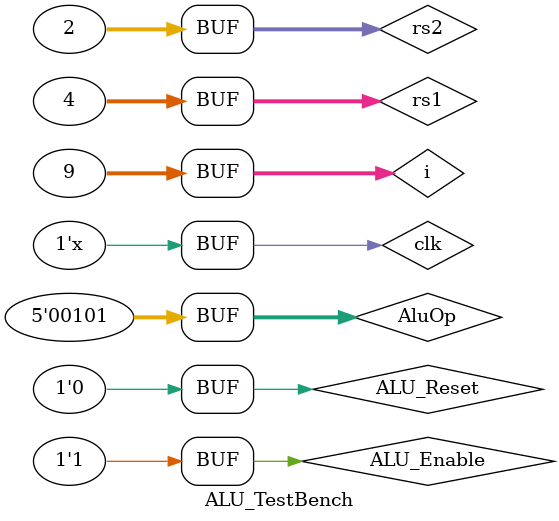
<source format=v>
/* Test bench for ALU_Module */

//`ifndef DEFINES_TEST_BENCH
//        `define rs1_val
//        `define rs2_val
//        `define AluOp
//`endif

`timescale 1ns / 1ps

module ALU_TestBench;

parameter XLEN=32;
parameter ALU_SELECT_SIZE= 5; 
 
//Inputs
reg clk, ALU_Reset, ALU_Enable;
reg [XLEN-1:0] rs1,rs2;
reg [ALU_SELECT_SIZE-1:0] AluOp;

//Outputs
wire [XLEN-1:0] result; 
wire zero;
integer i; 
//ALU TEST UNIT
ALU_Module uut(
.rs1(rs1),.rs2(rs2),.clk(clk), .ALU_Enable(ALU_Enable),.ALU_Reset(ALU_Reset), .AluOp(AluOp),
.result(result), .zero(zero)
); 
 
initial  begin
ALU_Enable=1;
clk=0;
ALU_Reset = 0;
for (i=0;i<9; i=i+1)
begin
#10 AluOp=8; rs1 = 32'b00001000; rs2 = 32'b00000010; //Add
#15 AluOp= 11; rs1 = 32'b00001000; rs2 = 32'b00000010; //Subtract
#20 AluOp= 1; rs1 = 32'b00001000; rs2 = 32'b00000010; //AND
#25 AluOp= 3; rs1 = 32'b00001000; rs2 = 32'b00000001; //XOR
#30 AluOp= 5; rs1 = 32'b00000100; rs2 = 32'b00000010; // Left shift
end
end

//Clock
always
begin
clk=~clk;
#10;
end

endmodule

</source>
